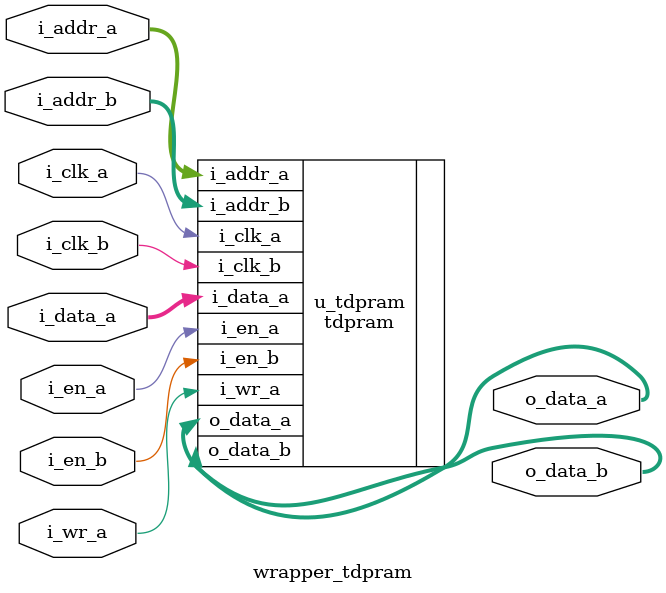
<source format=v>
`timescale 1ns / 1ps

module wrapper_tdpram #(
parameter DATA_WIDTH = 32,
parameter ADDR_WIDTH = 10,
parameter RAM_DEPTH = 1024,
parameter OUT_DELAY = 1
)(
input                   i_clk_a  ,
input                   i_en_a   ,
input                   i_wr_a   ,
input  [ADDR_WIDTH-1:0] i_addr_a ,
input  [DATA_WIDTH-1:0] i_data_a ,
output [DATA_WIDTH-1:0] o_data_a ,

input                   i_clk_b  ,
input                   i_en_b   ,
input  [ADDR_WIDTH-1:0] i_addr_b ,
output [DATA_WIDTH-1:0] o_data_b 
);

`ifdef ASIC
    assign o_data_a = {(DATA_WIDTH){1'b0}};
    assign o_data_b = {(DATA_WIDTH){1'b0}};

`else
    tdpram #(
    .DATA_WIDTH( DATA_WIDTH  ),
    .ADDR_WIDTH( ADDR_WIDTH  ),
    .RAM_DEPTH ( RAM_DEPTH   ),
    .OUT_DELAY ( OUT_DELAY   )
    ) u_tdpram
    (
    .i_clk_a  (  i_clk_a   ),
    .i_en_a   (  i_en_a    ),
    .i_wr_a   (  i_wr_a    ),
    .i_addr_a (  i_addr_a  ),
    .i_data_a (  i_data_a  ),
    .o_data_a (  o_data_a  ),
    .i_clk_b  (  i_clk_b   ),
    .i_en_b   (  i_en_b    ),
    .i_addr_b (  i_addr_b  ),
    .o_data_b (  o_data_b  )   
    );      
`endif

endmodule
</source>
